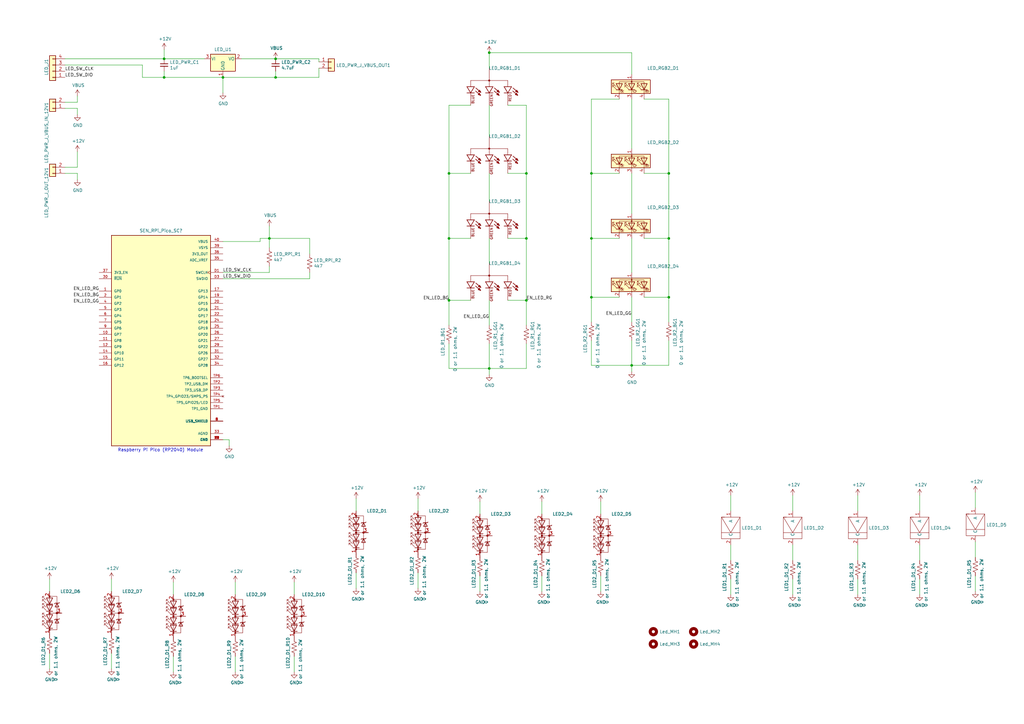
<source format=kicad_sch>
(kicad_sch (version 20230121) (generator eeschema)
  (paper "A3")
  (lib_symbols
    (symbol "Connector_Generic:Conn_01x02" (pin_names (offset 1.016) hide)
      (property "Reference" "J" (at 0 2.54 0))
      (property "Value" "Conn_01x02" (at 0 -5.08 0))
      (symbol "Conn_01x02_1_1"
        (pin passive line (at -5.08 0 0) (length 3.81) (name "Pin_1") (number "1"))
        (pin passive line (at -5.08 -2.54 0) (length 3.81) (name "Pin_2") (number "2"))
      )
    )
    (symbol "Connector_Generic:Conn_01x04" (pin_names (offset 1.016) hide)
      (property "Reference" "J" (at 0 5.08 0))
      (property "Value" "Conn_01x04" (at 0 -7.62 0))
      (symbol "Conn_01x04_1_1"
        (pin passive line (at -5.08 2.54 0) (length 3.81) (name "Pin_1") (number "1"))
        (pin passive line (at -5.08 0 0) (length 3.81) (name "Pin_2") (number "2"))
        (pin passive line (at -5.08 -2.54 0) (length 3.81) (name "Pin_3") (number "3"))
        (pin passive line (at -5.08 -5.08 0) (length 3.81) (name "Pin_4") (number "4"))
      )
    )
    (symbol "Device:C_Small" (pin_numbers hide) (pin_names (offset 0.254) hide)
      (property "Reference" "C" (at 0.254 1.778 0))
      (property "Value" "C_Small" (at 0.254 -2.032 0))
      (symbol "C_Small_1_1"
        (pin passive line (at 0 2.54 270) (length 2.032) (name "~") (number "1"))
        (pin passive line (at 0 -2.54 90) (length 2.032) (name "~") (number "2"))
      )
    )
    (symbol "Device:R_US" (pin_numbers hide) (pin_names (offset 0))
      (property "Reference" "R" (at 2.54 0 90))
      (property "Value" "R_US" (at -2.54 0 90))
      (symbol "R_US_1_1"
        (pin passive line (at 0 3.81 270) (length 1.27) (name "~") (number "1"))
        (pin passive line (at 0 -3.81 90) (length 1.27) (name "~") (number "2"))
      )
    )
    (symbol "FPGAs-Ard_RPi_BB-rescue:CLMVC-FKA-CL1D1L71BB7C3C3-CLMVC-FKA-CL1D1L71BB7C3C3" (pin_numbers hide) (pin_names (offset 1.016) hide)
      (property "Reference" "D" (at -8.255 10.16 0))
      (property "Value" "CLMVC-FKA-CL1D1L71BB7C3C3_CLMVC-FKA-CL1D1L71BB7C3C3" (at -8.255 9.525 0))
      (symbol "CLMVC-FKA-CL1D1L71BB7C3C3-CLMVC-FKA-CL1D1L71BB7C3C3_0_0"
        (text "BLUE" (at 3.048 -6.096 0) (effects (font (size 1.016 1.016)) (justify left bottom)))
        (text "GREEN" (at 3.048 1.524 0) (effects (font (size 1.016 1.016)) (justify left bottom)))
        (text "RED" (at 3.048 9.144 0) (effects (font (size 1.016 1.016)) (justify left bottom)))
        (pin passive line (at -7.62 0 0) (length 5.08) (name "~") (number "1"))
        (pin passive line (at 7.62 -7.62 180) (length 5.08) (name "~") (number "2"))
        (pin passive line (at 7.62 0 180) (length 5.08) (name "~") (number "3"))
        (pin passive line (at 7.62 7.62 180) (length 5.08) (name "~") (number "4"))
      )
    )
    (symbol "FPGAs-Ard_RPi_BB-rescue:SC0915-SC0915" (pin_names (offset 1.016))
      (property "Reference" "U" (at -20.32 44.069 0))
      (property "Value" "SC0915_SC0915" (at -20.32 -45.72 0))
      (symbol "SC0915-SC0915_0_0"
        (pin bidirectional line (at -25.4 20.32 0) (length 5.08) (name "GP0") (number "1"))
        (pin bidirectional line (at -25.4 2.54 0) (length 5.08) (name "GP7") (number "10"))
        (pin bidirectional line (at -25.4 0 0) (length 5.08) (name "GP8") (number "11"))
        (pin bidirectional line (at -25.4 -2.54 0) (length 5.08) (name "GP9") (number "12"))
        (pin power_in line (at 25.4 -40.64 180) (length 5.08) (name "GND") (number "13"))
        (pin bidirectional line (at -25.4 -5.08 0) (length 5.08) (name "GP10") (number "14"))
        (pin bidirectional line (at -25.4 -7.62 0) (length 5.08) (name "GP11") (number "15"))
        (pin bidirectional line (at -25.4 -10.16 0) (length 5.08) (name "GP12") (number "16"))
        (pin bidirectional line (at 25.4 20.32 180) (length 5.08) (name "GP13") (number "17"))
        (pin power_in line (at 25.4 -40.64 180) (length 5.08) (name "GND") (number "18"))
        (pin bidirectional line (at 25.4 17.78 180) (length 5.08) (name "GP14") (number "19"))
        (pin bidirectional line (at -25.4 17.78 0) (length 5.08) (name "GP1") (number "2"))
        (pin bidirectional line (at 25.4 15.24 180) (length 5.08) (name "GP15") (number "20"))
        (pin bidirectional line (at 25.4 12.7 180) (length 5.08) (name "GP16") (number "21"))
        (pin bidirectional line (at 25.4 10.16 180) (length 5.08) (name "GP17") (number "22"))
        (pin power_in line (at 25.4 -40.64 180) (length 5.08) (name "GND") (number "23"))
        (pin bidirectional line (at 25.4 7.62 180) (length 5.08) (name "GP18") (number "24"))
        (pin bidirectional line (at 25.4 5.08 180) (length 5.08) (name "GP19") (number "25"))
        (pin bidirectional line (at 25.4 2.54 180) (length 5.08) (name "GP20") (number "26"))
        (pin bidirectional line (at 25.4 0 180) (length 5.08) (name "GP21") (number "27"))
        (pin power_in line (at 25.4 -40.64 180) (length 5.08) (name "GND") (number "28"))
        (pin bidirectional line (at 25.4 -2.54 180) (length 5.08) (name "GP22") (number "29"))
        (pin power_in line (at 25.4 -40.64 180) (length 5.08) (name "GND") (number "3"))
        (pin input line (at -25.4 25.4 0) (length 5.08) (name "~{RUN}") (number "30"))
        (pin bidirectional line (at 25.4 -5.08 180) (length 5.08) (name "GP26") (number "31"))
        (pin bidirectional line (at 25.4 -7.62 180) (length 5.08) (name "GP27") (number "32"))
        (pin power_in line (at 25.4 -38.1 180) (length 5.08) (name "AGND") (number "33"))
        (pin bidirectional line (at 25.4 -10.16 180) (length 5.08) (name "GP28") (number "34"))
        (pin power_in line (at 25.4 33.02 180) (length 5.08) (name "ADC_VREF") (number "35"))
        (pin power_in line (at 25.4 35.56 180) (length 5.08) (name "3V3_OUT") (number "36"))
        (pin input line (at -25.4 27.94 0) (length 5.08) (name "3V3_EN") (number "37"))
        (pin power_in line (at 25.4 -40.64 180) (length 5.08) (name "GND") (number "38"))
        (pin power_in line (at 25.4 38.1 180) (length 5.08) (name "VSYS") (number "39"))
        (pin bidirectional line (at -25.4 15.24 0) (length 5.08) (name "GP2") (number "4"))
        (pin power_in line (at 25.4 40.64 180) (length 5.08) (name "VBUS") (number "40"))
        (pin bidirectional line (at -25.4 12.7 0) (length 5.08) (name "GP3") (number "5"))
        (pin bidirectional line (at -25.4 10.16 0) (length 5.08) (name "GP4") (number "6"))
        (pin bidirectional line (at -25.4 7.62 0) (length 5.08) (name "GP5") (number "7"))
        (pin power_in line (at 25.4 -40.64 180) (length 5.08) (name "GND") (number "8"))
        (pin bidirectional line (at -25.4 5.08 0) (length 5.08) (name "GP6") (number "9"))
        (pin power_in line (at 25.4 -33.02 180) (length 5.08) (name "USB_SHIELD") (number "A"))
        (pin power_in line (at 25.4 -33.02 180) (length 5.08) (name "USB_SHIELD") (number "B"))
        (pin power_in line (at 25.4 -33.02 180) (length 5.08) (name "USB_SHIELD") (number "C"))
        (pin power_in line (at 25.4 -33.02 180) (length 5.08) (name "USB_SHIELD") (number "D"))
        (pin input clock (at 25.4 27.94 180) (length 5.08) (name "SWCLK") (number "D1"))
        (pin power_in line (at 25.4 -40.64 180) (length 5.08) (name "GND") (number "D2"))
        (pin bidirectional line (at 25.4 25.4 180) (length 5.08) (name "SWDIO") (number "D3"))
        (pin power_in line (at 25.4 -27.94 180) (length 5.08) (name "TP1_GND") (number "TP1"))
        (pin bidirectional line (at 25.4 -17.78 180) (length 5.08) (name "TP2_USB_DM") (number "TP2"))
        (pin bidirectional line (at 25.4 -20.32 180) (length 5.08) (name "TP3_USB_DP") (number "TP3"))
        (pin no_connect line (at 25.4 -22.86 180) (length 5.08) (name "TP4_GPIO23/SMPS_PS") (number "TP4"))
        (pin output line (at 25.4 -25.4 180) (length 5.08) (name "TP5_GPIO25/LED") (number "TP5"))
        (pin input line (at 25.4 -15.24 180) (length 5.08) (name "TP6_BOOTSEL") (number "TP6"))
      )
    )
    (symbol "LED:CLV1L-FKB" (pin_names (offset 0) hide)
      (property "Reference" "D" (at 0 9.398 0))
      (property "Value" "CLV1L-FKB" (at 0 -8.89 0))
      (symbol "CLV1L-FKB_0_0"
        (text "B" (at -1.905 -6.35 0) (effects (font (size 1.27 1.27))))
        (text "G" (at -1.905 -1.27 0) (effects (font (size 1.27 1.27))))
        (text "R" (at -1.905 3.81 0) (effects (font (size 1.27 1.27))))
      )
      (symbol "CLV1L-FKB_1_1"
        (pin passive line (at 5.08 0 180) (length 2.54) (name "A") (number "1"))
        (pin passive line (at -5.08 5.08 0) (length 2.54) (name "RK") (number "2"))
        (pin passive line (at -5.08 0 0) (length 2.54) (name "GK") (number "3"))
        (pin passive line (at -5.08 -5.08 0) (length 2.54) (name "BK") (number "4"))
      )
    )
    (symbol "LED:LED_Cree_XHP70_12V" (pin_names (offset 1.016) hide)
      (property "Reference" "D" (at 0 6.35 0))
      (property "Value" "LED_Cree_XHP70_12V" (at 0 4.445 0))
      (symbol "LED_Cree_XHP70_12V_1_1"
        (pin passive line (at -8.89 0 0) (length 2.54) (name "K") (number "1"))
        (pin passive line (at 8.89 0 180) (length 2.54) (name "A") (number "2"))
        (pin passive line (at 0 -5.08 90) (length 2.54) (name "PAD") (number "3"))
      )
    )
    (symbol "Mechanical:MountingHole" (pin_names (offset 1.016))
      (property "Reference" "H" (at 0 5.08 0))
      (property "Value" "MountingHole" (at 0 3.175 0))
    )
    (symbol "Regulator_Linear:AZ1117-5.0" (pin_names (offset 0.254))
      (property "Reference" "U" (at -3.81 3.175 0))
      (property "Value" "AZ1117-5.0" (at 0 3.175 0))
      (symbol "AZ1117-5.0_1_1"
        (pin power_in line (at 0 -7.62 90) (length 2.54) (name "GND") (number "1"))
        (pin power_out line (at 7.62 0 180) (length 2.54) (name "VO") (number "2"))
        (pin power_in line (at -7.62 0 0) (length 2.54) (name "VI") (number "3"))
      )
    )
    (symbol "Softgalaxy_Library:AB-EZD-12V" (pin_names (offset 1.016))
      (property "Reference" "U" (at -5.08 5.08 0))
      (property "Value" "AB-EZD-12V" (at -1.27 -5.08 0))
      (symbol "AB-EZD-12V_1_1"
        (pin input line (at -8.89 0 0) (length 2.54) (name "A") (number "1"))
        (pin input line (at 5.08 0 180) (length 2.54) (name "C") (number "2"))
      )
    )
    (symbol "power:+12V" (power) (pin_names (offset 0))
      (property "Value" "+12V" (at 0 3.556 0))
      (symbol "+12V_1_1"
        (pin power_in line (at 0 0 90) (length 0) hide (name "+12V") (number "1"))
      )
    )
    (symbol "power:GND" (power) (pin_names (offset 0))
      (property "Value" "GND" (at 0 -3.81 0))
      (symbol "GND_1_1"
        (pin power_in line (at 0 0 270) (length 0) hide (name "GND") (number "1"))
      )
    )
    (symbol "power:VBUS" (power) (pin_names (offset 0))
      (property "Value" "VBUS" (at 0 3.81 0))
      (symbol "VBUS_1_1"
        (pin power_in line (at 0 0 90) (length 0) hide (name "VBUS") (number "1"))
      )
    )
  )
  (junction (at 113.03 31.75))
  (junction (at 274.32 97.79))
  (junction (at 215.9 71.12))
  (junction (at 113.03 24.13))
  (junction (at 242.57 71.12))
  (junction (at 200.66 21.59))
  (junction (at 184.15 71.12))
  (junction (at 110.49 97.79))
  (junction (at 184.15 97.79))
  (junction (at 91.44 31.75))
  (junction (at 215.9 97.79))
  (junction (at 274.32 71.12))
  (junction (at 200.66 151.13))
  (junction (at 242.57 121.92))
  (junction (at 215.9 123.19))
  (junction (at 274.32 121.92))
  (junction (at 67.31 24.13))
  (junction (at 242.57 97.79))
  (junction (at 67.31 31.75))
  (junction (at 184.15 123.19))
  (junction (at 259.08 149.86))
  (wire (pts (xy 20.32 237.49) (xy 20.32 242.57)))
  (wire (pts (xy 325.12 209.55) (xy 325.12 203.2)))
  (wire (pts (xy 71.12 238.76) (xy 71.12 243.84)))
  (wire (pts (xy 400.05 222.25) (xy 400.05 228.6)))
  (wire (pts (xy 215.9 140.97) (xy 215.9 151.13)))
  (wire (pts (xy 377.19 209.55) (xy 377.19 203.2)))
  (wire (pts (xy 259.08 97.79) (xy 259.08 111.76)))
  (wire (pts (xy 222.25 236.22) (xy 222.25 242.57)))
  (wire (pts (xy 91.44 114.3) (xy 127 114.3)))
  (wire (pts (xy 215.9 97.79) (xy 208.28 97.79)))
  (wire (pts (xy 200.66 21.59) (xy 200.66 27.94)))
  (wire (pts (xy 400.05 208.28) (xy 400.05 201.93)))
  (wire (pts (xy 242.57 149.86) (xy 259.08 149.86)))
  (wire (pts (xy 242.57 97.79) (xy 242.57 121.92)))
  (wire (pts (xy 215.9 123.19) (xy 215.9 133.35)))
  (wire (pts (xy 274.32 121.92) (xy 274.32 132.08)))
  (wire (pts (xy 26.67 26.67) (xy 58.42 26.67)))
  (wire (pts (xy 127 104.14) (xy 127 97.79)))
  (wire (pts (xy 200.66 21.59) (xy 259.08 21.59)))
  (wire (pts (xy 299.72 237.49) (xy 299.72 243.84)))
  (wire (pts (xy 215.9 43.18) (xy 215.9 71.12)))
  (wire (pts (xy 184.15 71.12) (xy 184.15 97.79)))
  (wire (pts (xy 67.31 20.32) (xy 67.31 24.13)))
  (wire (pts (xy 299.72 223.52) (xy 299.72 229.87)))
  (wire (pts (xy 127 97.79) (xy 110.49 97.79)))
  (wire (pts (xy 259.08 40.64) (xy 259.08 60.96)))
  (wire (pts (xy 200.66 140.97) (xy 200.66 151.13)))
  (wire (pts (xy 377.19 237.49) (xy 377.19 243.84)))
  (wire (pts (xy 351.79 209.55) (xy 351.79 203.2)))
  (wire (pts (xy 274.32 121.92) (xy 274.32 97.79)))
  (wire (pts (xy 200.66 43.18) (xy 200.66 55.88)))
  (wire (pts (xy 146.05 234.95) (xy 146.05 241.3)))
  (wire (pts (xy 254 97.79) (xy 242.57 97.79)))
  (wire (pts (xy 246.38 236.22) (xy 246.38 242.57)))
  (wire (pts (xy 91.44 31.75) (xy 91.44 38.1)))
  (wire (pts (xy 184.15 140.97) (xy 184.15 151.13)))
  (wire (pts (xy 96.52 269.24) (xy 96.52 275.59)))
  (wire (pts (xy 264.16 40.64) (xy 274.32 40.64)))
  (wire (pts (xy 200.66 97.79) (xy 200.66 107.95)))
  (wire (pts (xy 246.38 205.74) (xy 246.38 210.82)))
  (wire (pts (xy 259.08 121.92) (xy 259.08 132.08)))
  (wire (pts (xy 146.05 204.47) (xy 146.05 209.55)))
  (wire (pts (xy 184.15 123.19) (xy 193.04 123.19)))
  (wire (pts (xy 274.32 97.79) (xy 274.32 71.12)))
  (wire (pts (xy 67.31 29.21) (xy 67.31 31.75)))
  (wire (pts (xy 26.67 44.45) (xy 31.75 44.45)))
  (wire (pts (xy 215.9 71.12) (xy 208.28 71.12)))
  (wire (pts (xy 242.57 97.79) (xy 242.57 71.12)))
  (wire (pts (xy 184.15 71.12) (xy 193.04 71.12)))
  (wire (pts (xy 58.42 26.67) (xy 58.42 31.75)))
  (wire (pts (xy 242.57 71.12) (xy 254 71.12)))
  (wire (pts (xy 193.04 43.18) (xy 184.15 43.18)))
  (wire (pts (xy 242.57 121.92) (xy 254 121.92)))
  (wire (pts (xy 93.98 180.34) (xy 93.98 182.88)))
  (wire (pts (xy 26.67 68.58) (xy 31.75 68.58)))
  (wire (pts (xy 130.81 24.13) (xy 130.81 25.4)))
  (wire (pts (xy 259.08 21.59) (xy 259.08 30.48)))
  (wire (pts (xy 96.52 238.76) (xy 96.52 243.84)))
  (wire (pts (xy 127 114.3) (xy 127 111.76)))
  (wire (pts (xy 20.32 267.97) (xy 20.32 274.32)))
  (wire (pts (xy 254 40.64) (xy 242.57 40.64)))
  (wire (pts (xy 274.32 149.86) (xy 259.08 149.86)))
  (wire (pts (xy 91.44 111.76) (xy 110.49 111.76)))
  (wire (pts (xy 130.81 31.75) (xy 130.81 27.94)))
  (wire (pts (xy 26.67 24.13) (xy 67.31 24.13)))
  (wire (pts (xy 351.79 223.52) (xy 351.79 229.87)))
  (wire (pts (xy 264.16 97.79) (xy 274.32 97.79)))
  (wire (pts (xy 171.45 204.47) (xy 171.45 209.55)))
  (wire (pts (xy 196.85 236.22) (xy 196.85 242.57)))
  (wire (pts (xy 31.75 68.58) (xy 31.75 62.23)))
  (wire (pts (xy 200.66 71.12) (xy 200.66 82.55)))
  (wire (pts (xy 274.32 139.7) (xy 274.32 149.86)))
  (wire (pts (xy 215.9 71.12) (xy 215.9 97.79)))
  (wire (pts (xy 71.12 269.24) (xy 71.12 275.59)))
  (wire (pts (xy 259.08 139.7) (xy 259.08 149.86)))
  (wire (pts (xy 110.49 111.76) (xy 110.49 109.22)))
  (wire (pts (xy 184.15 151.13) (xy 200.66 151.13)))
  (wire (pts (xy 184.15 97.79) (xy 193.04 97.79)))
  (wire (pts (xy 259.08 149.86) (xy 259.08 152.4)))
  (wire (pts (xy 184.15 97.79) (xy 184.15 123.19)))
  (wire (pts (xy 31.75 41.91) (xy 31.75 39.37)))
  (wire (pts (xy 67.31 31.75) (xy 91.44 31.75)))
  (wire (pts (xy 67.31 24.13) (xy 83.82 24.13)))
  (wire (pts (xy 26.67 71.12) (xy 31.75 71.12)))
  (wire (pts (xy 325.12 223.52) (xy 325.12 229.87)))
  (wire (pts (xy 91.44 99.06) (xy 106.68 99.06)))
  (wire (pts (xy 215.9 151.13) (xy 200.66 151.13)))
  (wire (pts (xy 196.85 205.74) (xy 196.85 210.82)))
  (wire (pts (xy 113.03 29.21) (xy 113.03 31.75)))
  (wire (pts (xy 31.75 44.45) (xy 31.75 46.99)))
  (wire (pts (xy 99.06 24.13) (xy 113.03 24.13)))
  (wire (pts (xy 171.45 234.95) (xy 171.45 241.3)))
  (wire (pts (xy 351.79 237.49) (xy 351.79 243.84)))
  (wire (pts (xy 184.15 123.19) (xy 184.15 133.35)))
  (wire (pts (xy 274.32 40.64) (xy 274.32 71.12)))
  (wire (pts (xy 215.9 97.79) (xy 215.9 123.19)))
  (wire (pts (xy 215.9 123.19) (xy 208.28 123.19)))
  (wire (pts (xy 106.68 99.06) (xy 106.68 97.79)))
  (wire (pts (xy 222.25 205.74) (xy 222.25 210.82)))
  (wire (pts (xy 184.15 43.18) (xy 184.15 71.12)))
  (wire (pts (xy 110.49 101.6) (xy 110.49 97.79)))
  (wire (pts (xy 58.42 31.75) (xy 67.31 31.75)))
  (wire (pts (xy 200.66 151.13) (xy 200.66 153.67)))
  (wire (pts (xy 400.05 236.22) (xy 400.05 242.57)))
  (wire (pts (xy 110.49 97.79) (xy 110.49 92.71)))
  (wire (pts (xy 26.67 41.91) (xy 31.75 41.91)))
  (wire (pts (xy 45.72 237.49) (xy 45.72 242.57)))
  (wire (pts (xy 45.72 267.97) (xy 45.72 274.32)))
  (wire (pts (xy 113.03 31.75) (xy 130.81 31.75)))
  (wire (pts (xy 113.03 24.13) (xy 130.81 24.13)))
  (wire (pts (xy 120.65 238.76) (xy 120.65 243.84)))
  (wire (pts (xy 120.65 269.24) (xy 120.65 275.59)))
  (wire (pts (xy 325.12 237.49) (xy 325.12 243.84)))
  (wire (pts (xy 259.08 71.12) (xy 259.08 87.63)))
  (wire (pts (xy 200.66 123.19) (xy 200.66 133.35)))
  (wire (pts (xy 377.19 223.52) (xy 377.19 229.87)))
  (wire (pts (xy 106.68 97.79) (xy 110.49 97.79)))
  (wire (pts (xy 242.57 40.64) (xy 242.57 71.12)))
  (wire (pts (xy 299.72 209.55) (xy 299.72 203.2)))
  (wire (pts (xy 242.57 121.92) (xy 242.57 132.08)))
  (wire (pts (xy 31.75 71.12) (xy 31.75 73.66)))
  (wire (pts (xy 208.28 43.18) (xy 215.9 43.18)))
  (wire (pts (xy 113.03 31.75) (xy 91.44 31.75)))
  (wire (pts (xy 91.44 180.34) (xy 93.98 180.34)))
  (wire (pts (xy 242.57 139.7) (xy 242.57 149.86)))
  (wire (pts (xy 274.32 71.12) (xy 264.16 71.12)))
  (wire (pts (xy 264.16 121.92) (xy 274.32 121.92)))
  (text "Raspberry Pi Pico (RP2040) Module\n" (at 48.26 185.42 0) (effects (font (size 1.27 1.27)) (justify left bottom)))
  (label "LED_SW_DIO" (at 91.44 114.3 0))
  (label "EN_LED_GG" (at 200.66 130.81 180))
  (label "LED_SW_CLK" (at 26.67 29.21 0))
  (label "LED_SW_DIO" (at 26.67 31.75 0))
  (label "EN_LED_BG" (at 40.64 121.92 180))
  (label "EN_LED_GG" (at 40.64 124.46 180))
  (label "EN_LED_BG" (at 184.15 123.19 180))
  (label "LED_SW_CLK" (at 91.44 111.76 0))
  (label "EN_LED_RG" (at 215.9 123.19 0))
  (label "EN_LED_GG" (at 259.08 129.54 180))
  (label "EN_LED_RG" (at 40.64 119.38 180))
  (symbol (lib_id "FPGAs-Ard_RPi_BB-rescue:CLMVC-FKA-CL1D1L71BB7C3C3-CLMVC-FKA-CL1D1L71BB7C3C3") (at 200.66 35.56 270) (unit 1)
    (property "Reference" "LED_RGB1_D1" (at 207.01 27.94 90))
    (property "Value" "CLMVC-FKA-CL1D1L71BB7C3C3" (effects hide))
    (property "Footprint" "SnapEDA Library:LED_CLMVC-FKA-CL1D1L71BB7C3C3" (effects hide))
    (property "STANDARD" "Manufacturer Recommendations" (effects hide))
    (property "PARTREV" "1.0" (effects hide))
    (property "MANUFACTURER" "CREE" (effects hide))
    (property "MAXIMUM_PACKAGE_HEIGHT" "1.0 mm" (effects hide))
  )
  (symbol (lib_id "LED:LED_Cree_XHP70_12V") (at 146.05 218.44 90) (unit 1)
    (property "Reference" "LED2_D1" (at 158.75 209.55 90) (effects (justify left)))
    (property "Value" "LED_Cree_XHP70_12V" (effects hide))
    (property "Footprint" "LED_SMD:LED_Cree-XHP70_12V" (effects hide))
    (property "Datasheet" "http://www.cree.com/%7E/media/Files/Cree/LED%20Components%20and%20Modules/XLamp/Data%20and%20Binning/ds%20XHP70.pdf" (effects hide))
  )
  (symbol (lib_id "LED:CLV1L-FKB") (at 259.08 35.56 90) (unit 1)
    (property "Reference" "LED_RGB2_D1" (at 265.43 27.94 90) (effects (justify right)))
    (property "Value" "CLV1L-FKB" (effects hide))
    (property "Footprint" "LED_SMD:LED_Cree-PLCC4_3.2x2.8mm_CCW" (effects hide))
    (property "Datasheet" "http://www.cree.com/led-components/media/documents/CLV1L-FKB-1238.pdf" (effects hide))
  )
  (symbol (lib_id "Connector_Generic:Conn_01x04") (at 21.59 29.21 180) (unit 1)
    (property "Reference" "LED_J1" (at 19.05 24.13 90) (effects (justify left)))
    (property "Value" "Conn_01x04" (effects hide))
    (property "Footprint" "Connector_PinHeader_1.00mm:PinHeader_1x04_P1.00mm_Vertical_SMD_Pin1Left" (effects hide))
  )
  (symbol (lib_id "Regulator_Linear:AZ1117-5.0") (at 91.44 24.13 0) (unit 1)
    (property "Reference" "LED_U1" (at 91.44 20.2946 0))
    (property "Value" "AZ1117-5.0" (effects hide))
    (property "Footprint" "Package_TO_SOT_SMD:SOT-223-3_TabPin2" (effects hide))
    (property "Datasheet" "https://www.diodes.com/assets/Datasheets/AZ1117.pdf" (effects hide))
  )
  (symbol (lib_id "power:GND") (at 91.44 38.1 0) (unit 1)
    (property "Reference" "#PWR0126" (effects hide))
    (property "Value" "GND" (at 91.567 42.4942 0))
    (instances (project "FPGAs-Ard_RPi_BB" (path "" (reference "#PWR0126") (unit 1)) (path "" (reference "#PWR?") (unit 1))))
  )
  (symbol (lib_id "Device:C_Small") (at 67.31 26.67 0) (unit 1)
    (property "Reference" "LED_PWR_C1" (at 69.6468 25.5016 0) (effects (justify left)))
    (property "Value" "1uF" (at 69.6468 27.813 0) (effects (justify left)))
    (property "Footprint" "Capacitor_SMD:C_0603_1608Metric" (effects hide))
    (instances (project "FPGAs-Ard_RPi_BB" (path "" (reference "LED_PWR_C1") (unit 1)) (path "" (reference "SMD_C?") (unit 1))))
  )
  (symbol (lib_id "Device:C_Small") (at 113.03 26.67 0) (unit 1)
    (property "Reference" "LED_PWR_C2" (at 115.3668 25.5016 0) (effects (justify left)))
    (property "Value" "4.7uF" (at 115.3668 27.813 0) (effects (justify left)))
    (property "Footprint" "Capacitor_SMD:C_0603_1608Metric" (effects hide))
    (instances (project "FPGAs-Ard_RPi_BB" (path "" (reference "LED_PWR_C2") (unit 1)) (path "" (reference "SMD_C?") (unit 1))))
  )
  (symbol (lib_id "Connector_Generic:Conn_01x02") (at 135.89 25.4 0) (unit 1)
    (property "Reference" "LED_PWR_J_VBUS_OUT1" (at 137.922 26.7716 0) (effects (justify left)))
    (property "Value" "Conn_01x02" (effects hide))
    (property "Footprint" "Connector_PinHeader_2.54mm:PinHeader_1x02_P2.54mm_Vertical_SMD_Pin1Left" (effects hide))
    (instances (project "FPGAs-Ard_RPi_BB" (path "" (reference "LED_PWR_J_VBUS_OUT1") (unit 1)) (path "" (reference "PWR_2v?") (unit 1))))
  )
  (symbol (lib_id "Device:R_US") (at 110.49 105.41 0) (unit 1)
    (property "Reference" "LED_RPi_R1" (at 112.2172 104.2416 0) (effects (justify left)))
    (property "Value" "4k7" (at 112.2172 106.553 0) (effects (justify left)))
    (property "Footprint" "Resistor_SMD:R_0603_1608Metric" (effects hide))
  )
  (symbol (lib_id "Device:R_US") (at 127 107.95 0) (unit 1)
    (property "Reference" "LED_RPi_R2" (at 128.7272 106.7816 0) (effects (justify left)))
    (property "Value" "4k7" (at 128.7272 109.093 0) (effects (justify left)))
    (property "Footprint" "Resistor_SMD:R_0603_1608Metric" (effects hide))
  )
  (symbol (lib_id "power:VBUS") (at 113.03 24.13 0) (unit 1)
    (property "Reference" "#PWR0127" (effects hide))
    (property "Value" "VBUS" (at 113.411 19.7358 0))
  )
  (symbol (lib_id "power:VBUS") (at 110.49 92.71 0) (unit 1)
    (property "Reference" "#PWR0128" (effects hide))
    (property "Value" "VBUS" (at 110.871 88.3158 0))
  )
  (symbol (lib_id "power:GND") (at 93.98 182.88 0) (unit 1)
    (property "Reference" "#PWR0129" (effects hide))
    (property "Value" "GND" (at 94.107 187.2742 0))
    (instances (project "FPGAs-Ard_RPi_BB" (path "" (reference "#PWR0129") (unit 1)) (path "" (reference "#PWR?") (unit 1))))
  )
  (symbol (lib_id "Connector_Generic:Conn_01x02") (at 21.59 44.45 180) (unit 1)
    (property "Reference" "LED_PWR_J_VBUS_IN_12V1" (at 19.05 41.91 90) (effects (justify left)))
    (property "Value" "Conn_01x02" (effects hide))
    (property "Footprint" "Connector_PinHeader_2.54mm:PinHeader_1x02_P2.54mm_Vertical_SMD_Pin1Left" (effects hide))
    (instances (project "FPGAs-Ard_RPi_BB" (path "" (reference "LED_PWR_J_VBUS_IN_12V1") (unit 1)) (path "" (reference "LED_PWR_J_VBUS_OUT?") (unit 1))))
  )
  (symbol (lib_id "power:VBUS") (at 31.75 39.37 0) (unit 1)
    (property "Reference" "#PWR0130" (effects hide))
    (property "Value" "VBUS" (at 32.131 34.9758 0))
  )
  (symbol (lib_id "power:GND") (at 31.75 46.99 0) (unit 1)
    (property "Reference" "#PWR0131" (effects hide))
    (property "Value" "GND" (at 31.877 51.3842 0))
    (instances (project "FPGAs-Ard_RPi_BB" (path "" (reference "#PWR0131") (unit 1)) (path "" (reference "#PWR?") (unit 1))))
  )
  (symbol (lib_id "power:+12V") (at 67.31 20.32 0) (unit 1)
    (property "Reference" "#PWR0132" (effects hide))
    (property "Value" "+12V" (at 67.691 15.9258 0))
  )
  (symbol (lib_id "Connector_Generic:Conn_01x02") (at 21.59 71.12 180) (unit 1)
    (property "Reference" "LED_PWR_J_OUT_12V1" (at 19.05 68.58 90) (effects (justify left)))
    (property "Value" "Conn_01x02" (effects hide))
    (property "Footprint" "Connector_PinHeader_2.54mm:PinHeader_1x02_P2.54mm_Vertical_SMD_Pin1Left" (effects hide))
    (instances (project "FPGAs-Ard_RPi_BB" (path "" (reference "LED_PWR_J_OUT_12V1") (unit 1)) (path "" (reference "LED_PWR_J_VBUS_IN?") (unit 1))))
  )
  (symbol (lib_id "power:+12V") (at 31.75 62.23 0) (unit 1)
    (property "Reference" "#PWR0133" (effects hide))
    (property "Value" "+12V" (at 32.131 57.8358 0))
  )
  (symbol (lib_id "power:GND") (at 31.75 73.66 0) (unit 1)
    (property "Reference" "#PWR0134" (effects hide))
    (property "Value" "GND" (at 31.877 78.0542 0))
    (instances (project "FPGAs-Ard_RPi_BB" (path "" (reference "#PWR0134") (unit 1)) (path "" (reference "#PWR?") (unit 1))))
  )
  (symbol (lib_id "Softgalaxy_Library:AB-EZD-12V") (at 299.72 218.44 270) (unit 1)
    (property "Reference" "LED1_D1" (at 304.2412 216.535 90) (effects (justify left)))
    (property "Value" "AB-EZD-12V" (effects hide))
    (property "Footprint" "Softgalaxy_Footprints:AB-EZD-12V" (effects hide))
  )
  (symbol (lib_id "LED:CLV1L-FKB") (at 259.08 66.04 90) (unit 1)
    (property "Reference" "LED_RGB2_D2" (at 265.43 58.42 90) (effects (justify right)))
    (property "Value" "CLV1L-FKB" (effects hide))
    (property "Footprint" "LED_SMD:LED_Cree-PLCC4_3.2x2.8mm_CCW" (effects hide))
    (property "Datasheet" "http://www.cree.com/led-components/media/documents/CLV1L-FKB-1238.pdf" (effects hide))
  )
  (symbol (lib_id "LED:CLV1L-FKB") (at 259.08 92.71 90) (unit 1)
    (property "Reference" "LED_RGB2_D3" (at 265.43 85.09 90) (effects (justify right)))
    (property "Value" "CLV1L-FKB" (effects hide))
    (property "Footprint" "LED_SMD:LED_Cree-PLCC4_3.2x2.8mm_CCW" (effects hide))
    (property "Datasheet" "http://www.cree.com/led-components/media/documents/CLV1L-FKB-1238.pdf" (effects hide))
  )
  (symbol (lib_id "LED:CLV1L-FKB") (at 259.08 116.84 90) (unit 1)
    (property "Reference" "LED_RGB2_D4" (at 265.43 109.22 90) (effects (justify right)))
    (property "Value" "CLV1L-FKB" (effects hide))
    (property "Footprint" "LED_SMD:LED_Cree-PLCC4_3.2x2.8mm_CCW" (effects hide))
    (property "Datasheet" "http://www.cree.com/led-components/media/documents/CLV1L-FKB-1238.pdf" (effects hide))
  )
  (symbol (lib_id "FPGAs-Ard_RPi_BB-rescue:CLMVC-FKA-CL1D1L71BB7C3C3-CLMVC-FKA-CL1D1L71BB7C3C3") (at 200.66 63.5 270) (unit 1)
    (property "Reference" "LED_RGB1_D2" (at 207.01 55.88 90))
    (property "Value" "CLMVC-FKA-CL1D1L71BB7C3C3" (effects hide))
    (property "Footprint" "SnapEDA Library:LED_CLMVC-FKA-CL1D1L71BB7C3C3" (effects hide))
    (property "STANDARD" "Manufacturer Recommendations" (effects hide))
    (property "PARTREV" "1.0" (effects hide))
    (property "MANUFACTURER" "CREE" (effects hide))
    (property "MAXIMUM_PACKAGE_HEIGHT" "1.0 mm" (effects hide))
  )
  (symbol (lib_id "FPGAs-Ard_RPi_BB-rescue:CLMVC-FKA-CL1D1L71BB7C3C3-CLMVC-FKA-CL1D1L71BB7C3C3") (at 200.66 90.17 270) (unit 1)
    (property "Reference" "LED_RGB1_D3" (at 207.01 82.55 90))
    (property "Value" "CLMVC-FKA-CL1D1L71BB7C3C3" (effects hide))
    (property "Footprint" "SnapEDA Library:LED_CLMVC-FKA-CL1D1L71BB7C3C3" (effects hide))
    (property "STANDARD" "Manufacturer Recommendations" (effects hide))
    (property "PARTREV" "1.0" (effects hide))
    (property "MANUFACTURER" "CREE" (effects hide))
    (property "MAXIMUM_PACKAGE_HEIGHT" "1.0 mm" (effects hide))
  )
  (symbol (lib_id "FPGAs-Ard_RPi_BB-rescue:CLMVC-FKA-CL1D1L71BB7C3C3-CLMVC-FKA-CL1D1L71BB7C3C3") (at 200.66 115.57 270) (unit 1)
    (property "Reference" "LED_RGB1_D4" (at 207.01 107.95 90))
    (property "Value" "CLMVC-FKA-CL1D1L71BB7C3C3" (effects hide))
    (property "Footprint" "SnapEDA Library:LED_CLMVC-FKA-CL1D1L71BB7C3C3" (effects hide))
    (property "STANDARD" "Manufacturer Recommendations" (effects hide))
    (property "PARTREV" "1.0" (effects hide))
    (property "MANUFACTURER" "CREE" (effects hide))
    (property "MAXIMUM_PACKAGE_HEIGHT" "1.0 mm" (effects hide))
  )
  (symbol (lib_id "power:+12V") (at 200.66 21.59 0) (unit 1)
    (property "Reference" "#PWR0135" (effects hide))
    (property "Value" "+12V" (at 201.041 17.1958 0))
  )
  (symbol (lib_id "Device:R_US") (at 215.9 137.16 0) (unit 1)
    (property "Reference" "LED_R1_RG1" (at 218.44 143.51 90) (effects (justify left)))
    (property "Value" "0 or 1.1 ohms, 2W" (at 220.98 151.13 90) (effects (justify left)))
    (property "Footprint" "Resistor_SMD:R_0603_1608Metric" (effects hide))
  )
  (symbol (lib_id "Device:R_US") (at 184.15 137.16 0) (unit 1)
    (property "Reference" "LED_R1_BG1" (at 181.61 146.05 90) (effects (justify left)))
    (property "Value" "0 or 1.1 ohms, 2W" (at 186.69 152.4 90) (effects (justify left)))
    (property "Footprint" "Resistor_SMD:R_0603_1608Metric" (effects hide))
  )
  (symbol (lib_id "Device:R_US") (at 200.66 137.16 0) (unit 1)
    (property "Reference" "LED_R1_GG1" (at 203.2 143.51 90) (effects (justify left)))
    (property "Value" "0 or 1.1 ohms, 2W" (at 205.74 151.13 90) (effects (justify left)))
    (property "Footprint" "Resistor_SMD:R_0603_1608Metric" (effects hide))
  )
  (symbol (lib_id "power:GND") (at 200.66 153.67 0) (unit 1)
    (property "Reference" "#PWR0136" (effects hide))
    (property "Value" "GND" (at 200.787 158.0642 0))
    (instances (project "FPGAs-Ard_RPi_BB" (path "" (reference "#PWR0136") (unit 1)) (path "" (reference "#PWR?") (unit 1))))
  )
  (symbol (lib_id "Device:R_US") (at 274.32 135.89 0) (unit 1)
    (property "Reference" "LED_R2_BG1" (at 276.86 142.24 90) (effects (justify left)))
    (property "Value" "0 or 1.1 ohms, 2W" (at 279.4 149.86 90) (effects (justify left)))
    (property "Footprint" "Resistor_SMD:R_0603_1608Metric" (effects hide))
  )
  (symbol (lib_id "Device:R_US") (at 242.57 135.89 0) (unit 1)
    (property "Reference" "LED_R2_RG1" (at 240.03 144.78 90) (effects (justify left)))
    (property "Value" "0 or 1.1 ohms, 2W" (at 245.11 151.13 90) (effects (justify left)))
    (property "Footprint" "Resistor_SMD:R_0603_1608Metric" (effects hide))
  )
  (symbol (lib_id "Device:R_US") (at 259.08 135.89 0) (unit 1)
    (property "Reference" "LED_R2_GG1" (at 261.62 142.24 90) (effects (justify left)))
    (property "Value" "0 or 1.1 ohms, 2W" (at 264.16 149.86 90) (effects (justify left)))
    (property "Footprint" "Resistor_SMD:R_0603_1608Metric" (effects hide))
  )
  (symbol (lib_id "power:GND") (at 259.08 152.4 0) (unit 1)
    (property "Reference" "#PWR0137" (effects hide))
    (property "Value" "GND" (at 259.207 156.7942 0))
    (instances (project "FPGAs-Ard_RPi_BB" (path "" (reference "#PWR0137") (unit 1)) (path "" (reference "#PWR?") (unit 1))))
  )
  (symbol (lib_id "Device:R_US") (at 146.05 231.14 0) (unit 1)
    (property "Reference" "LED2_D1_R1" (at 143.51 240.03 90) (effects (justify left)))
    (property "Value" "0 or 1.1 ohms, 2W" (at 148.59 246.38 90) (effects (justify left)))
    (property "Footprint" "Resistor_SMD:R_0603_1608Metric" (effects hide))
  )
  (symbol (lib_id "power:GND") (at 146.05 241.3 0) (unit 1)
    (property "Reference" "#PWR0138" (effects hide))
    (property "Value" "GND" (at 146.177 245.6942 0))
    (instances (project "FPGAs-Ard_RPi_BB" (path "" (reference "#PWR0138") (unit 1)) (path "" (reference "#PWR?") (unit 1))))
  )
  (symbol (lib_id "power:+12V") (at 146.05 204.47 0) (unit 1)
    (property "Reference" "#PWR0139" (effects hide))
    (property "Value" "+12V" (at 146.431 200.0758 0))
  )
  (symbol (lib_id "power:+12V") (at 299.72 203.2 0) (unit 1)
    (property "Reference" "#PWR0140" (effects hide))
    (property "Value" "+12V" (at 300.101 198.8058 0))
  )
  (symbol (lib_id "Device:R_US") (at 299.72 233.68 0) (unit 1)
    (property "Reference" "LED1_D1_R1" (at 297.18 242.57 90) (effects (justify left)))
    (property "Value" "0 or 1.1 ohms, 2W" (at 302.26 248.92 90) (effects (justify left)))
    (property "Footprint" "Resistor_SMD:R_0603_1608Metric" (effects hide))
  )
  (symbol (lib_id "power:GND") (at 299.72 243.84 0) (unit 1)
    (property "Reference" "#PWR0141" (effects hide))
    (property "Value" "GND" (at 299.847 248.2342 0))
    (instances (project "FPGAs-Ard_RPi_BB" (path "" (reference "#PWR0141") (unit 1)) (path "" (reference "#PWR?") (unit 1))))
  )
  (symbol (lib_id "LED:LED_Cree_XHP70_12V") (at 171.45 218.44 90) (unit 1)
    (property "Reference" "LED2_D2" (at 184.15 209.55 90) (effects (justify left)))
    (property "Value" "LED_Cree_XHP70_12V" (effects hide))
    (property "Footprint" "LED_SMD:LED_Cree-XHP70_12V" (effects hide))
    (property "Datasheet" "http://www.cree.com/%7E/media/Files/Cree/LED%20Components%20and%20Modules/XLamp/Data%20and%20Binning/ds%20XHP70.pdf" (effects hide))
  )
  (symbol (lib_id "Device:R_US") (at 171.45 231.14 0) (unit 1)
    (property "Reference" "LED2_D1_R2" (at 168.91 240.03 90) (effects (justify left)))
    (property "Value" "0 or 1.1 ohms, 2W" (at 173.99 246.38 90) (effects (justify left)))
    (property "Footprint" "Resistor_SMD:R_0603_1608Metric" (effects hide))
  )
  (symbol (lib_id "power:GND") (at 171.45 241.3 0) (unit 1)
    (property "Reference" "#PWR0142" (effects hide))
    (property "Value" "GND" (at 171.577 245.6942 0))
    (instances (project "FPGAs-Ard_RPi_BB" (path "" (reference "#PWR0142") (unit 1)) (path "" (reference "#PWR?") (unit 1))))
  )
  (symbol (lib_id "power:+12V") (at 171.45 204.47 0) (unit 1)
    (property "Reference" "#PWR0143" (effects hide))
    (property "Value" "+12V" (at 171.831 200.0758 0))
  )
  (symbol (lib_id "LED:LED_Cree_XHP70_12V") (at 196.85 219.71 90) (unit 1)
    (property "Reference" "LED2_D3" (at 209.55 210.82 90) (effects (justify left)))
    (property "Value" "LED_Cree_XHP70_12V" (effects hide))
    (property "Footprint" "LED_SMD:LED_Cree-XHP70_12V" (effects hide))
    (property "Datasheet" "http://www.cree.com/%7E/media/Files/Cree/LED%20Components%20and%20Modules/XLamp/Data%20and%20Binning/ds%20XHP70.pdf" (effects hide))
  )
  (symbol (lib_id "Device:R_US") (at 196.85 232.41 0) (unit 1)
    (property "Reference" "LED2_D1_R3" (at 194.31 241.3 90) (effects (justify left)))
    (property "Value" "0 or 1.1 ohms, 2W" (at 199.39 247.65 90) (effects (justify left)))
    (property "Footprint" "Resistor_SMD:R_0603_1608Metric" (effects hide))
  )
  (symbol (lib_id "power:GND") (at 196.85 242.57 0) (unit 1)
    (property "Reference" "#PWR0144" (effects hide))
    (property "Value" "GND" (at 196.977 246.9642 0))
    (instances (project "FPGAs-Ard_RPi_BB" (path "" (reference "#PWR0144") (unit 1)) (path "" (reference "#PWR?") (unit 1))))
  )
  (symbol (lib_id "power:+12V") (at 196.85 205.74 0) (unit 1)
    (property "Reference" "#PWR0145" (effects hide))
    (property "Value" "+12V" (at 197.231 201.3458 0))
  )
  (symbol (lib_id "LED:LED_Cree_XHP70_12V") (at 222.25 219.71 90) (unit 1)
    (property "Reference" "LED2_D4" (at 234.95 210.82 90) (effects (justify left)))
    (property "Value" "LED_Cree_XHP70_12V" (effects hide))
    (property "Footprint" "LED_SMD:LED_Cree-XHP70_12V" (effects hide))
    (property "Datasheet" "http://www.cree.com/%7E/media/Files/Cree/LED%20Components%20and%20Modules/XLamp/Data%20and%20Binning/ds%20XHP70.pdf" (effects hide))
  )
  (symbol (lib_id "Device:R_US") (at 222.25 232.41 0) (unit 1)
    (property "Reference" "LED2_D1_R4" (at 219.71 241.3 90) (effects (justify left)))
    (property "Value" "0 or 1.1 ohms, 2W" (at 224.79 247.65 90) (effects (justify left)))
    (property "Footprint" "Resistor_SMD:R_0603_1608Metric" (effects hide))
  )
  (symbol (lib_id "power:GND") (at 222.25 242.57 0) (unit 1)
    (property "Reference" "#PWR0146" (effects hide))
    (property "Value" "GND" (at 222.377 246.9642 0))
    (instances (project "FPGAs-Ard_RPi_BB" (path "" (reference "#PWR0146") (unit 1)) (path "" (reference "#PWR?") (unit 1))))
  )
  (symbol (lib_id "power:+12V") (at 222.25 205.74 0) (unit 1)
    (property "Reference" "#PWR0147" (effects hide))
    (property "Value" "+12V" (at 222.631 201.3458 0))
  )
  (symbol (lib_id "LED:LED_Cree_XHP70_12V") (at 246.38 219.71 90) (unit 1)
    (property "Reference" "LED2_D5" (at 259.08 210.82 90) (effects (justify left)))
    (property "Value" "LED_Cree_XHP70_12V" (effects hide))
    (property "Footprint" "LED_SMD:LED_Cree-XHP70_12V" (effects hide))
    (property "Datasheet" "http://www.cree.com/%7E/media/Files/Cree/LED%20Components%20and%20Modules/XLamp/Data%20and%20Binning/ds%20XHP70.pdf" (effects hide))
  )
  (symbol (lib_id "Device:R_US") (at 246.38 232.41 0) (unit 1)
    (property "Reference" "LED2_D1_R5" (at 243.84 241.3 90) (effects (justify left)))
    (property "Value" "0 or 1.1 ohms, 2W" (at 248.92 247.65 90) (effects (justify left)))
    (property "Footprint" "Resistor_SMD:R_0603_1608Metric" (effects hide))
  )
  (symbol (lib_id "power:GND") (at 246.38 242.57 0) (unit 1)
    (property "Reference" "#PWR0148" (effects hide))
    (property "Value" "GND" (at 246.507 246.9642 0))
    (instances (project "FPGAs-Ard_RPi_BB" (path "" (reference "#PWR0148") (unit 1)) (path "" (reference "#PWR?") (unit 1))))
  )
  (symbol (lib_id "power:+12V") (at 246.38 205.74 0) (unit 1)
    (property "Reference" "#PWR0149" (effects hide))
    (property "Value" "+12V" (at 246.761 201.3458 0))
  )
  (symbol (lib_id "Softgalaxy_Library:AB-EZD-12V") (at 325.12 218.44 270) (unit 1)
    (property "Reference" "LED1_D2" (at 329.6412 216.535 90) (effects (justify left)))
    (property "Value" "AB-EZD-12V" (effects hide))
    (property "Footprint" "Softgalaxy_Footprints:AB-EZD-12V" (effects hide))
  )
  (symbol (lib_id "power:+12V") (at 325.12 203.2 0) (unit 1)
    (property "Reference" "#PWR0150" (effects hide))
    (property "Value" "+12V" (at 325.501 198.8058 0))
  )
  (symbol (lib_id "Device:R_US") (at 325.12 233.68 0) (unit 1)
    (property "Reference" "LED1_D1_R2" (at 322.58 242.57 90) (effects (justify left)))
    (property "Value" "0 or 1.1 ohms, 2W" (at 327.66 248.92 90) (effects (justify left)))
    (property "Footprint" "Resistor_SMD:R_0603_1608Metric" (effects hide))
  )
  (symbol (lib_id "power:GND") (at 325.12 243.84 0) (unit 1)
    (property "Reference" "#PWR0151" (effects hide))
    (property "Value" "GND" (at 325.247 248.2342 0))
    (instances (project "FPGAs-Ard_RPi_BB" (path "" (reference "#PWR0151") (unit 1)) (path "" (reference "#PWR?") (unit 1))))
  )
  (symbol (lib_id "Softgalaxy_Library:AB-EZD-12V") (at 351.79 218.44 270) (unit 1)
    (property "Reference" "LED1_D3" (at 356.3112 216.535 90) (effects (justify left)))
    (property "Value" "AB-EZD-12V" (effects hide))
    (property "Footprint" "Softgalaxy_Footprints:AB-EZD-12V" (effects hide))
  )
  (symbol (lib_id "power:+12V") (at 351.79 203.2 0) (unit 1)
    (property "Reference" "#PWR0152" (effects hide))
    (property "Value" "+12V" (at 352.171 198.8058 0))
  )
  (symbol (lib_id "Device:R_US") (at 351.79 233.68 0) (unit 1)
    (property "Reference" "LED1_D1_R3" (at 349.25 242.57 90) (effects (justify left)))
    (property "Value" "0 or 1.1 ohms, 2W" (at 354.33 248.92 90) (effects (justify left)))
    (property "Footprint" "Resistor_SMD:R_0603_1608Metric" (effects hide))
  )
  (symbol (lib_id "power:GND") (at 351.79 243.84 0) (unit 1)
    (property "Reference" "#PWR0153" (effects hide))
    (property "Value" "GND" (at 351.917 248.2342 0))
    (instances (project "FPGAs-Ard_RPi_BB" (path "" (reference "#PWR0153") (unit 1)) (path "" (reference "#PWR?") (unit 1))))
  )
  (symbol (lib_id "Softgalaxy_Library:AB-EZD-12V") (at 377.19 218.44 270) (unit 1)
    (property "Reference" "LED1_D4" (at 381.7112 216.535 90) (effects (justify left)))
    (property "Value" "AB-EZD-12V" (effects hide))
    (property "Footprint" "Softgalaxy_Footprints:AB-EZD-12V" (effects hide))
  )
  (symbol (lib_id "power:+12V") (at 377.19 203.2 0) (unit 1)
    (property "Reference" "#PWR0154" (effects hide))
    (property "Value" "+12V" (at 377.571 198.8058 0))
  )
  (symbol (lib_id "Device:R_US") (at 377.19 233.68 0) (unit 1)
    (property "Reference" "LED1_D1_R4" (at 374.65 242.57 90) (effects (justify left)))
    (property "Value" "0 or 1.1 ohms, 2W" (at 379.73 248.92 90) (effects (justify left)))
    (property "Footprint" "Resistor_SMD:R_0603_1608Metric" (effects hide))
  )
  (symbol (lib_id "power:GND") (at 377.19 243.84 0) (unit 1)
    (property "Reference" "#PWR0155" (effects hide))
    (property "Value" "GND" (at 377.317 248.2342 0))
    (instances (project "FPGAs-Ard_RPi_BB" (path "" (reference "#PWR0155") (unit 1)) (path "" (reference "#PWR?") (unit 1))))
  )
  (symbol (lib_id "Softgalaxy_Library:AB-EZD-12V") (at 400.05 217.17 270) (unit 1)
    (property "Reference" "LED1_D5" (at 404.5712 215.265 90) (effects (justify left)))
    (property "Value" "AB-EZD-12V" (effects hide))
    (property "Footprint" "Softgalaxy_Footprints:AB-EZD-12V" (effects hide))
  )
  (symbol (lib_id "power:+12V") (at 400.05 201.93 0) (unit 1)
    (property "Reference" "#PWR0156" (effects hide))
    (property "Value" "+12V" (at 400.431 197.5358 0))
  )
  (symbol (lib_id "Device:R_US") (at 400.05 232.41 0) (unit 1)
    (property "Reference" "LED1_D1_R5" (at 397.51 241.3 90) (effects (justify left)))
    (property "Value" "0 or 1.1 ohms, 2W" (at 402.59 247.65 90) (effects (justify left)))
    (property "Footprint" "Resistor_SMD:R_0603_1608Metric" (effects hide))
  )
  (symbol (lib_id "power:GND") (at 400.05 242.57 0) (unit 1)
    (property "Reference" "#PWR0157" (effects hide))
    (property "Value" "GND" (at 400.177 246.9642 0))
    (instances (project "FPGAs-Ard_RPi_BB" (path "" (reference "#PWR0157") (unit 1)) (path "" (reference "#PWR?") (unit 1))))
  )
  (symbol (lib_id "LED:LED_Cree_XHP70_12V") (at 20.32 251.46 90) (unit 1)
    (property "Reference" "LED2_D6" (at 33.02 242.57 90) (effects (justify left)))
    (property "Value" "LED_Cree_XHP70_12V" (effects hide))
    (property "Footprint" "LED_SMD:LED_Cree-XHP70_12V" (effects hide))
    (property "Datasheet" "http://www.cree.com/%7E/media/Files/Cree/LED%20Components%20and%20Modules/XLamp/Data%20and%20Binning/ds%20XHP70.pdf" (effects hide))
  )
  (symbol (lib_id "Device:R_US") (at 20.32 264.16 0) (unit 1)
    (property "Reference" "LED2_D1_R6" (at 17.78 273.05 90) (effects (justify left)))
    (property "Value" "0 or 1.1 ohms, 2W" (at 22.86 279.4 90) (effects (justify left)))
    (property "Footprint" "Resistor_SMD:R_0603_1608Metric" (effects hide))
  )
  (symbol (lib_id "power:GND") (at 20.32 274.32 0) (unit 1)
    (property "Reference" "#PWR0158" (effects hide))
    (property "Value" "GND" (at 20.447 278.7142 0))
    (instances (project "FPGAs-Ard_RPi_BB" (path "" (reference "#PWR0158") (unit 1)) (path "" (reference "#PWR?") (unit 1))))
  )
  (symbol (lib_id "power:+12V") (at 20.32 237.49 0) (unit 1)
    (property "Reference" "#PWR0159" (effects hide))
    (property "Value" "+12V" (at 20.701 233.0958 0))
  )
  (symbol (lib_id "LED:LED_Cree_XHP70_12V") (at 45.72 251.46 90) (unit 1)
    (property "Reference" "LED2_D7" (at 58.42 242.57 90) (effects (justify left)))
    (property "Value" "LED_Cree_XHP70_12V" (effects hide))
    (property "Footprint" "LED_SMD:LED_Cree-XHP70_12V" (effects hide))
    (property "Datasheet" "http://www.cree.com/%7E/media/Files/Cree/LED%20Components%20and%20Modules/XLamp/Data%20and%20Binning/ds%20XHP70.pdf" (effects hide))
  )
  (symbol (lib_id "Device:R_US") (at 45.72 264.16 0) (unit 1)
    (property "Reference" "LED2_D1_R7" (at 43.18 273.05 90) (effects (justify left)))
    (property "Value" "0 or 1.1 ohms, 2W" (at 48.26 279.4 90) (effects (justify left)))
    (property "Footprint" "Resistor_SMD:R_0603_1608Metric" (effects hide))
  )
  (symbol (lib_id "power:GND") (at 45.72 274.32 0) (unit 1)
    (property "Reference" "#PWR0160" (effects hide))
    (property "Value" "GND" (at 45.847 278.7142 0))
    (instances (project "FPGAs-Ard_RPi_BB" (path "" (reference "#PWR0160") (unit 1)) (path "" (reference "#PWR?") (unit 1))))
  )
  (symbol (lib_id "power:+12V") (at 45.72 237.49 0) (unit 1)
    (property "Reference" "#PWR0161" (effects hide))
    (property "Value" "+12V" (at 46.101 233.0958 0))
  )
  (symbol (lib_id "LED:LED_Cree_XHP70_12V") (at 71.12 252.73 90) (unit 1)
    (property "Reference" "LED2_D8" (at 83.82 243.84 90) (effects (justify left)))
    (property "Value" "LED_Cree_XHP70_12V" (effects hide))
    (property "Footprint" "LED_SMD:LED_Cree-XHP70_12V" (effects hide))
    (property "Datasheet" "http://www.cree.com/%7E/media/Files/Cree/LED%20Components%20and%20Modules/XLamp/Data%20and%20Binning/ds%20XHP70.pdf" (effects hide))
  )
  (symbol (lib_id "Device:R_US") (at 71.12 265.43 0) (unit 1)
    (property "Reference" "LED2_D1_R8" (at 68.58 274.32 90) (effects (justify left)))
    (property "Value" "0 or 1.1 ohms, 2W" (at 73.66 280.67 90) (effects (justify left)))
    (property "Footprint" "Resistor_SMD:R_0603_1608Metric" (effects hide))
  )
  (symbol (lib_id "power:GND") (at 71.12 275.59 0) (unit 1)
    (property "Reference" "#PWR0162" (effects hide))
    (property "Value" "GND" (at 71.247 279.9842 0))
    (instances (project "FPGAs-Ard_RPi_BB" (path "" (reference "#PWR0162") (unit 1)) (path "" (reference "#PWR?") (unit 1))))
  )
  (symbol (lib_id "power:+12V") (at 71.12 238.76 0) (unit 1)
    (property "Reference" "#PWR0163" (effects hide))
    (property "Value" "+12V" (at 71.501 234.3658 0))
  )
  (symbol (lib_id "LED:LED_Cree_XHP70_12V") (at 96.52 252.73 90) (unit 1)
    (property "Reference" "LED2_D9" (at 109.22 243.84 90) (effects (justify left)))
    (property "Value" "LED_Cree_XHP70_12V" (effects hide))
    (property "Footprint" "LED_SMD:LED_Cree-XHP70_12V" (effects hide))
    (property "Datasheet" "http://www.cree.com/%7E/media/Files/Cree/LED%20Components%20and%20Modules/XLamp/Data%20and%20Binning/ds%20XHP70.pdf" (effects hide))
  )
  (symbol (lib_id "Device:R_US") (at 96.52 265.43 0) (unit 1)
    (property "Reference" "LED2_D1_R9" (at 93.98 274.32 90) (effects (justify left)))
    (property "Value" "0 or 1.1 ohms, 2W" (at 99.06 280.67 90) (effects (justify left)))
    (property "Footprint" "Resistor_SMD:R_0603_1608Metric" (effects hide))
  )
  (symbol (lib_id "power:GND") (at 96.52 275.59 0) (unit 1)
    (property "Reference" "#PWR0164" (effects hide))
    (property "Value" "GND" (at 96.647 279.9842 0))
    (instances (project "FPGAs-Ard_RPi_BB" (path "" (reference "#PWR0164") (unit 1)) (path "" (reference "#PWR?") (unit 1))))
  )
  (symbol (lib_id "power:+12V") (at 96.52 238.76 0) (unit 1)
    (property "Reference" "#PWR0165" (effects hide))
    (property "Value" "+12V" (at 96.901 234.3658 0))
  )
  (symbol (lib_id "LED:LED_Cree_XHP70_12V") (at 120.65 252.73 90) (unit 1)
    (property "Reference" "LED2_D10" (at 133.35 243.84 90) (effects (justify left)))
    (property "Value" "LED_Cree_XHP70_12V" (effects hide))
    (property "Footprint" "LED_SMD:LED_Cree-XHP70_12V" (effects hide))
    (property "Datasheet" "http://www.cree.com/%7E/media/Files/Cree/LED%20Components%20and%20Modules/XLamp/Data%20and%20Binning/ds%20XHP70.pdf" (effects hide))
  )
  (symbol (lib_id "Device:R_US") (at 120.65 265.43 0) (unit 1)
    (property "Reference" "LED2_D1_R10" (at 118.11 274.32 90) (effects (justify left)))
    (property "Value" "0 or 1.1 ohms, 2W" (at 123.19 280.67 90) (effects (justify left)))
    (property "Footprint" "Resistor_SMD:R_0603_1608Metric" (effects hide))
  )
  (symbol (lib_id "power:GND") (at 120.65 275.59 0) (unit 1)
    (property "Reference" "#PWR0166" (effects hide))
    (property "Value" "GND" (at 120.777 279.9842 0))
    (instances (project "FPGAs-Ard_RPi_BB" (path "" (reference "#PWR0166") (unit 1)) (path "" (reference "#PWR?") (unit 1))))
  )
  (symbol (lib_id "power:+12V") (at 120.65 238.76 0) (unit 1)
    (property "Reference" "#PWR0167" (effects hide))
    (property "Value" "+12V" (at 121.031 234.3658 0))
  )
  (symbol (lib_id "FPGAs-Ard_RPi_BB-rescue:SC0915-SC0915") (at 66.04 139.7 0) (unit 1)
    (property "Reference" "SEN_RPi_Pico_SC?" (at 66.04 94.615 0))
    (property "Value" "SC0915" (effects hide))
    (property "Footprint" "SnapEDA Library:MODULE_SC0915" (effects hide))
    (property "MANUFACTURER" "Raspberry Pi" (effects hide))
    (property "MAXIMUM_PACKAGE_HEIGHT" "3.73mm" (effects hide))
    (property "PARTREV" "1.6" (effects hide))
    (property "STANDARD" "Manufacturer Recommendations" (effects hide))
    (instances (project "FPGAs-Ard_RPi_BB" (path "" (reference "SEN_RPi_Pico_SC?") (unit 1)) (path "" (reference "SEN_RPi_Pico_SC?") (unit 1)) (path "" (reference "LED_RPi_Pico_SC1") (unit 1))))
  )
  (symbol (lib_id "Mechanical:MountingHole") (at 267.97 259.08 0) (unit 1)
    (property "Reference" "Led_MH1" (at 270.51 259.08 0) (effects (justify left)))
    (property "Value" "MountingHole" (effects hide))
    (property "Footprint" "MountingHole:MountingHole_4mm_Pad_TopBottom" (effects hide))
  )
  (symbol (lib_id "Mechanical:MountingHole") (at 267.97 264.16 0) (unit 1)
    (property "Reference" "Led_MH3" (at 270.51 264.16 0) (effects (justify left)))
    (property "Value" "MountingHole" (effects hide))
    (property "Footprint" "MountingHole:MountingHole_4mm_Pad_TopBottom" (effects hide))
  )
  (symbol (lib_id "Mechanical:MountingHole") (at 284.48 259.08 0) (unit 1)
    (property "Reference" "Led_MH2" (at 287.02 259.08 0) (effects (justify left)))
    (property "Value" "MountingHole" (effects hide))
    (property "Footprint" "MountingHole:MountingHole_4mm_Pad_TopBottom" (effects hide))
  )
  (symbol (lib_id "Mechanical:MountingHole") (at 284.48 264.16 0) (unit 1)
    (property "Reference" "Led_MH4" (at 287.02 264.16 0) (effects (justify left)))
    (property "Value" "MountingHole" (effects hide))
    (property "Footprint" "MountingHole:MountingHole_4mm_Pad_TopBottom" (effects hide))
  )
)
</source>
